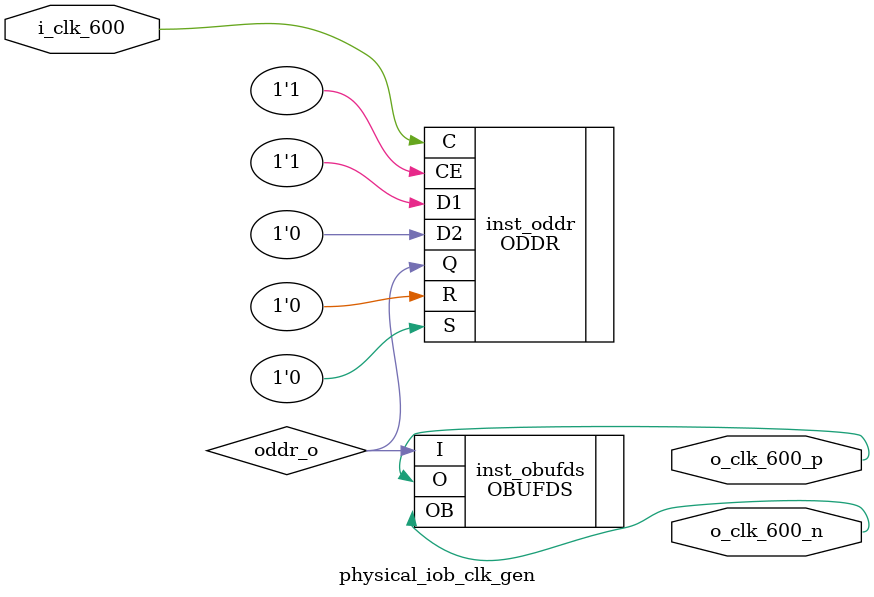
<source format=v>

/*
    Module  : PHYSICAL_IOB_CLK_GEN
    Version : 1.0
    Author  : Herzog Cyril
    Date    : 11.08.2024
    
*/


`ifndef _PHYSICAL_IOB_CLK_GEN_V_
`define _PHYSICAL_IOB_CLK_GEN_V_

module physical_iob_clk_gen (
    input wire i_clk_600,
    output wire o_clk_600_p, o_clk_600_n
);

    //////////////////////////////////////////////////////////////////////////////
    // ODDR

    wire oddr_o;

    ODDR #(
        .DDR_CLK_EDGE   ("OPPOSITE_EDGE"), 
        .INIT           (1'b0),    
        .SRTYPE         ("SYNC") 
    ) inst_oddr (                          
        .C              (i_clk_600),  
        .CE             (1'b1),                      
        .D1             (1'b1),                    
        .D2             (1'b0),                      
        .R              (1'b0),                       
        .S              (1'b0),
        .Q              (oddr_o)                      
    );

    /////////////////////////////////////////////////////////////////////////////
    // OUTPUT - DIFF BUFFER

    OBUFDS #(
        .IOSTANDARD ("LVDS_25"), 
        .SLEW       ("SLOW")          
    ) inst_obufds (
        .I          (oddr_o),
        .O          (o_clk_600_p),                     
        .OB         (o_clk_600_n)                   
    );

endmodule

`endif /* PHYSICAL_IOB_CLOCK_GEN */
</source>
